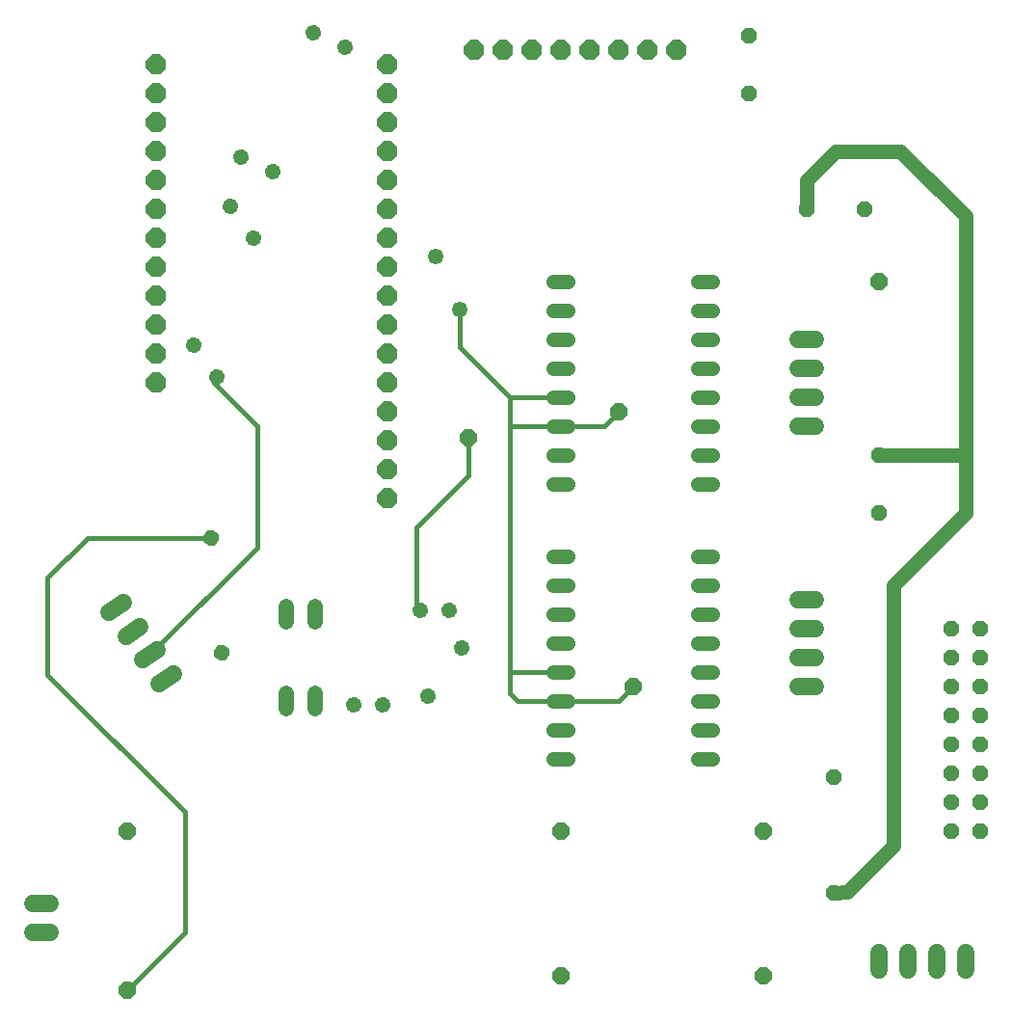
<source format=gbr>
G04 EAGLE Gerber RS-274X export*
G75*
%MOIN*%
%FSLAX34Y34*%
%LPD*%
%INBottom Copper*%
%IPPOS*%
%AMOC8*
5,1,8,0,0,1.08239X$1,22.5*%
G01*
%ADD10C,0.060000*%
%ADD11C,0.051496*%
%ADD12P,0.075767X8X112.500000*%
%ADD13P,0.056284X8X82.500000*%
%ADD14P,0.056284X8X97.500000*%
%ADD15P,0.056284X8X22.500000*%
%ADD16P,0.056284X8X292.500000*%
%ADD17P,0.056284X8X137.500000*%
%ADD18P,0.056284X8X112.500000*%
%ADD19P,0.064943X8X22.500000*%
%ADD20P,0.056284X8X257.500000*%
%ADD21P,0.056284X8X77.500000*%
%ADD22C,0.052000*%
%ADD23P,0.056284X8X297.500000*%
%ADD24P,0.060614X8X292.500000*%
%ADD25P,0.075767X8X292.500000*%
%ADD26C,0.016000*%
%ADD27C,0.050000*%


D10*
X2394Y15057D02*
X2885Y15401D01*
X3459Y14582D02*
X2967Y14238D01*
X3541Y13418D02*
X4033Y13762D01*
X4606Y12943D02*
X4115Y12599D01*
D11*
X17743Y26500D02*
X18257Y26500D01*
X18257Y25500D02*
X17743Y25500D01*
X17743Y24500D02*
X18257Y24500D01*
X18257Y23500D02*
X17743Y23500D01*
X17743Y22500D02*
X18257Y22500D01*
X18257Y21500D02*
X17743Y21500D01*
X17743Y20500D02*
X18257Y20500D01*
X18257Y19500D02*
X17743Y19500D01*
X22743Y19500D02*
X23257Y19500D01*
X23257Y20500D02*
X22743Y20500D01*
X22743Y21500D02*
X23257Y21500D01*
X23257Y22500D02*
X22743Y22500D01*
X22743Y23500D02*
X23257Y23500D01*
X23257Y24500D02*
X22743Y24500D01*
X22743Y25500D02*
X23257Y25500D01*
X23257Y26500D02*
X22743Y26500D01*
X18257Y17000D02*
X17743Y17000D01*
X17743Y16000D02*
X18257Y16000D01*
X18257Y15000D02*
X17743Y15000D01*
X17743Y14000D02*
X18257Y14000D01*
X18257Y13000D02*
X17743Y13000D01*
X17743Y12000D02*
X18257Y12000D01*
X18257Y11000D02*
X17743Y11000D01*
X17743Y10000D02*
X18257Y10000D01*
X22743Y10000D02*
X23257Y10000D01*
X23257Y11000D02*
X22743Y11000D01*
X22743Y12000D02*
X23257Y12000D01*
X23257Y13000D02*
X22743Y13000D01*
X22743Y14000D02*
X23257Y14000D01*
X23257Y15000D02*
X22743Y15000D01*
X22743Y16000D02*
X23257Y16000D01*
X23257Y17000D02*
X22743Y17000D01*
D12*
X12000Y19000D03*
X12000Y20000D03*
X12000Y21000D03*
X12000Y22000D03*
X12000Y23000D03*
X12000Y24000D03*
X12000Y25000D03*
X12000Y26000D03*
X12000Y27000D03*
X12000Y28000D03*
X12000Y29000D03*
X12000Y30000D03*
X12000Y31000D03*
X12000Y32000D03*
X12000Y33000D03*
X12000Y34000D03*
X4000Y34000D03*
X4000Y33000D03*
X4000Y32000D03*
X4000Y31000D03*
X4000Y30000D03*
X4000Y29000D03*
X4000Y28000D03*
X4000Y27000D03*
X4000Y26000D03*
X4000Y25000D03*
X4000Y24000D03*
X4000Y23000D03*
D13*
X8050Y30285D03*
X10550Y34615D03*
X6950Y30785D03*
X9450Y35115D03*
D14*
X5303Y24285D03*
X6597Y29115D03*
X6103Y23185D03*
X7397Y28015D03*
D15*
X26500Y29000D03*
X28500Y29000D03*
D16*
X29000Y20500D03*
X29000Y18500D03*
D17*
X14523Y25544D03*
X13677Y27356D03*
D18*
X24500Y33000D03*
X24500Y35000D03*
D10*
X26200Y12500D02*
X26800Y12500D01*
X26800Y13500D02*
X26200Y13500D01*
X26200Y14500D02*
X26800Y14500D01*
X26800Y15500D02*
X26200Y15500D01*
D19*
X3000Y7500D03*
X3000Y2000D03*
X18000Y7500D03*
X18000Y2500D03*
X25000Y7500D03*
X25000Y2500D03*
D20*
X13147Y15138D03*
X10853Y11862D03*
D21*
X11853Y11862D03*
X14147Y15138D03*
X13426Y12181D03*
X14574Y13819D03*
D22*
X8500Y12260D02*
X8500Y11740D01*
X9500Y11740D02*
X9500Y12260D01*
X9500Y14740D02*
X9500Y15260D01*
X8500Y15260D02*
X8500Y14740D01*
D23*
X5926Y17642D03*
X6274Y13658D03*
D10*
X29000Y3300D02*
X29000Y2700D01*
X30000Y2700D02*
X30000Y3300D01*
X31000Y3300D02*
X31000Y2700D01*
X32000Y2700D02*
X32000Y3300D01*
X26800Y21500D02*
X26200Y21500D01*
X26200Y22500D02*
X26800Y22500D01*
X26800Y23500D02*
X26200Y23500D01*
X26200Y24500D02*
X26800Y24500D01*
D18*
X27450Y5350D03*
X27450Y9350D03*
D19*
X29000Y26500D03*
D24*
X31500Y14500D03*
X32500Y14500D03*
X31500Y13500D03*
X32500Y13500D03*
X31500Y12500D03*
X32500Y12500D03*
X31500Y11500D03*
X32500Y11500D03*
X31500Y10500D03*
X32500Y10500D03*
X31500Y9500D03*
X32500Y9500D03*
X31500Y8500D03*
X32500Y8500D03*
X31500Y7500D03*
X32500Y7500D03*
D25*
X19000Y34500D03*
X18000Y34500D03*
X20000Y34500D03*
X21000Y34500D03*
X22000Y34500D03*
X17000Y34500D03*
X16000Y34500D03*
X15000Y34500D03*
D10*
X350Y5000D02*
X-250Y5000D01*
X-250Y4000D02*
X350Y4000D01*
D19*
X20500Y12500D03*
X20000Y22000D03*
X14800Y21100D03*
D26*
X16250Y21500D02*
X16250Y22500D01*
X16250Y21500D02*
X16250Y13000D01*
X18000Y13000D01*
X16250Y22500D02*
X14523Y24227D01*
X16250Y21500D02*
X18000Y21500D01*
X18000Y12000D02*
X16500Y12000D01*
X16250Y12250D01*
X16250Y22500D02*
X18000Y22500D01*
X14523Y24227D02*
X14523Y25544D01*
X16250Y13000D02*
X16250Y12250D01*
X18000Y12000D02*
X20000Y12000D01*
X20500Y12500D01*
X19500Y21500D02*
X18000Y21500D01*
X19500Y21500D02*
X20000Y22000D01*
X7500Y17304D02*
X3787Y13590D01*
X7500Y21500D02*
X6000Y23000D01*
X6000Y23082D01*
X6103Y23185D01*
X7500Y21500D02*
X7500Y17304D01*
X13147Y15250D02*
X13147Y15138D01*
X13000Y15285D01*
X13000Y18000D01*
X14800Y19800D02*
X14800Y21100D01*
X14800Y19800D02*
X13000Y18000D01*
D27*
X27900Y5400D02*
X29500Y7000D01*
X29500Y16000D01*
X32000Y18500D01*
X32000Y20500D01*
X29000Y20500D01*
X32000Y20500D02*
X32000Y28750D01*
X29750Y31000D01*
X26500Y30000D02*
X26500Y29000D01*
X27500Y31000D02*
X29750Y31000D01*
X27500Y31000D02*
X26500Y30000D01*
X27900Y5400D02*
X27450Y5350D01*
D26*
X5926Y17642D02*
X1642Y17642D01*
X250Y12900D02*
X5000Y8150D01*
X250Y12900D02*
X250Y16250D01*
X1642Y17642D01*
X5000Y8150D02*
X5000Y4000D01*
X3000Y2000D01*
M02*

</source>
